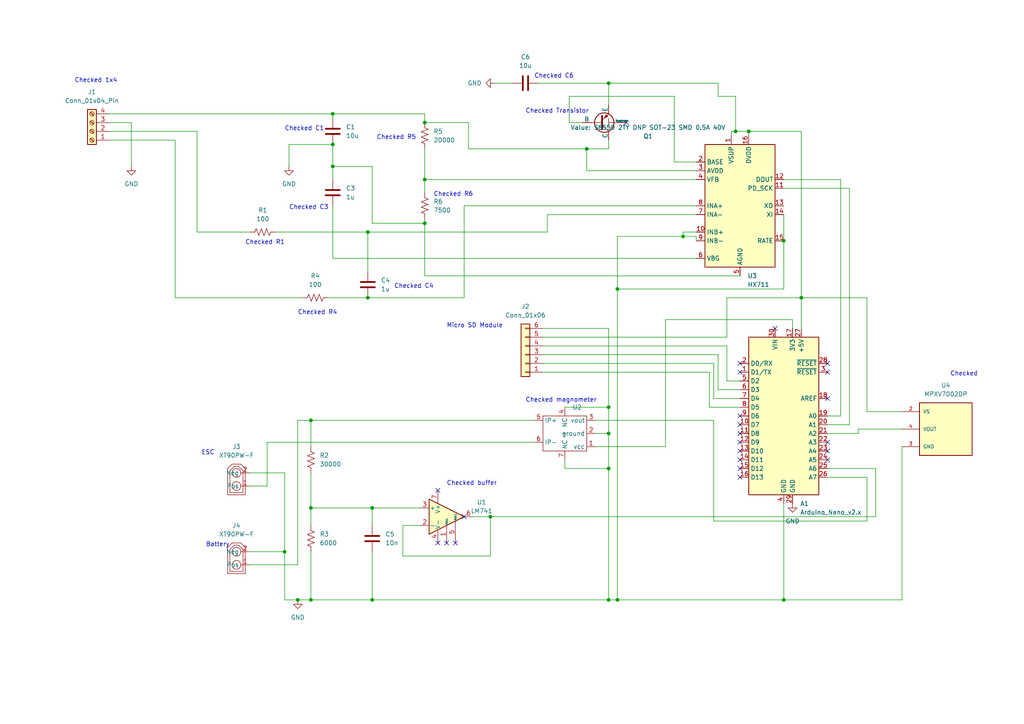
<source format=kicad_sch>
(kicad_sch (version 20230121) (generator eeschema)
  (paper "A4")
  (lib_symbols
    (symbol "Amplifier_Operational:LM741" (pin_names (offset 0.127))
      (property "Reference" "U" (at 0 6.35 0))
      (property "Value" "LM741" (at 0 3.81 0))
      (symbol "LM741_0_1"
        (polyline (pts (xy -5.08 5.08) (xy 5.08 0) (xy -5.08 -5.08) (xy -5.08 5.08)) (stroke (width 0.254)) (fill (type background)))
      )
      (symbol "LM741_1_1"
        (pin input line (at 0 -7.62 90) (length 5.08) (name "NULL") (number "1"))
        (pin input line (at -7.62 -2.54 0) (length 2.54) (name "-") (number "2"))
        (pin input line (at -7.62 2.54 0) (length 2.54) (name "+") (number "3"))
        (pin power_in line (at -2.54 -7.62 90) (length 3.81) (name "V-") (number "4"))
        (pin input line (at 2.54 -7.62 90) (length 6.35) (name "NULL") (number "5"))
        (pin output line (at 7.62 0 180) (length 2.54) (name "~") (number "6"))
        (pin power_in line (at -2.54 7.62 270) (length 3.81) (name "V+") (number "7"))
        (pin no_connect line (at 0 2.54 270) (length 2.54) hide (name "NC") (number "8"))
      )
    )
    (symbol "Analog_ADC:HX711"
      (property "Reference" "U" (at 5.08 21.59 0))
      (property "Value" "HX711" (at 7.62 19.05 0))
      (symbol "HX711_0_1"
        (rectangle (start -10.16 17.78) (end 10.16 -17.78) (stroke (width 0.254)) (fill (type background)))
      )
      (symbol "HX711_1_1"
        (pin power_in line (at -2.54 20.32 270) (length 2.54) (name "VSUP") (number "1"))
        (pin input line (at -12.7 -7.62 0) (length 2.54) (name "INB+") (number "10"))
        (pin input line (at 12.7 5.08 180) (length 2.54) (name "PD_SCK") (number "11"))
        (pin output line (at 12.7 7.62 180) (length 2.54) (name "DOUT") (number "12"))
        (pin passive line (at 12.7 0 180) (length 2.54) (name "XO") (number "13"))
        (pin passive line (at 12.7 -2.54 180) (length 2.54) (name "XI") (number "14"))
        (pin input line (at 12.7 -10.16 180) (length 2.54) (name "RATE") (number "15"))
        (pin power_in line (at 2.54 20.32 270) (length 2.54) (name "DVDD") (number "16"))
        (pin passive line (at -12.7 12.7 0) (length 2.54) (name "BASE") (number "2"))
        (pin power_in line (at -12.7 10.16 0) (length 2.54) (name "AVDD") (number "3"))
        (pin input line (at -12.7 7.62 0) (length 2.54) (name "VFB") (number "4"))
        (pin power_in line (at 0 -20.32 90) (length 2.54) (name "AGND") (number "5"))
        (pin passive line (at -12.7 -15.24 0) (length 2.54) (name "VBG") (number "6"))
        (pin input line (at -12.7 -2.54 0) (length 2.54) (name "INA-") (number "7"))
        (pin input line (at -12.7 0 0) (length 2.54) (name "INA+") (number "8"))
        (pin input line (at -12.7 -10.16 0) (length 2.54) (name "INB-") (number "9"))
      )
    )
    (symbol "Connector:Screw_Terminal_01x04" (pin_names (offset 1.016) hide)
      (property "Reference" "J" (at 0 5.08 0))
      (property "Value" "Screw_Terminal_01x04" (at 0 -7.62 0))
      (symbol "Screw_Terminal_01x04_1_1"
        (rectangle (start -1.27 3.81) (end 1.27 -6.35) (stroke (width 0.254)) (fill (type background)))
        (circle (center 0 -5.08) (radius 0.635) (stroke (width 0.1524)))
        (circle (center 0 -2.54) (radius 0.635) (stroke (width 0.1524)))
        (polyline (pts (xy -0.5334 -4.7498) (xy 0.3302 -5.588)) (stroke (width 0.1524)))
        (polyline (pts (xy -0.5334 -2.2098) (xy 0.3302 -3.048)) (stroke (width 0.1524)))
        (polyline (pts (xy -0.5334 0.3302) (xy 0.3302 -0.508)) (stroke (width 0.1524)))
        (polyline (pts (xy -0.5334 2.8702) (xy 0.3302 2.032)) (stroke (width 0.1524)))
        (polyline (pts (xy -0.3556 -4.572) (xy 0.508 -5.4102)) (stroke (width 0.1524)))
        (polyline (pts (xy -0.3556 -2.032) (xy 0.508 -2.8702)) (stroke (width 0.1524)))
        (polyline (pts (xy -0.3556 0.508) (xy 0.508 -0.3302)) (stroke (width 0.1524)))
        (polyline (pts (xy -0.3556 3.048) (xy 0.508 2.2098)) (stroke (width 0.1524)))
        (circle (center 0 0) (radius 0.635) (stroke (width 0.1524)))
        (circle (center 0 2.54) (radius 0.635) (stroke (width 0.1524)))
        (pin passive line (at -5.08 2.54 0) (length 3.81) (name "Pin_1") (number "1"))
        (pin passive line (at -5.08 0 0) (length 3.81) (name "Pin_2") (number "2"))
        (pin passive line (at -5.08 -2.54 0) (length 3.81) (name "Pin_3") (number "3"))
        (pin passive line (at -5.08 -5.08 0) (length 3.81) (name "Pin_4") (number "4"))
      )
    )
    (symbol "Connector_Generic:Conn_01x06" (pin_names (offset 1.016) hide)
      (property "Reference" "J" (at 0 7.62 0))
      (property "Value" "Conn_01x06" (at 0 -10.16 0))
      (symbol "Conn_01x06_1_1"
        (rectangle (start -1.27 -7.493) (end 0 -7.747) (stroke (width 0.1524)))
        (rectangle (start -1.27 -4.953) (end 0 -5.207) (stroke (width 0.1524)))
        (rectangle (start -1.27 -2.413) (end 0 -2.667) (stroke (width 0.1524)))
        (rectangle (start -1.27 0.127) (end 0 -0.127) (stroke (width 0.1524)))
        (rectangle (start -1.27 2.667) (end 0 2.413) (stroke (width 0.1524)))
        (rectangle (start -1.27 5.207) (end 0 4.953) (stroke (width 0.1524)))
        (rectangle (start -1.27 6.35) (end 1.27 -8.89) (stroke (width 0.254)) (fill (type background)))
        (pin passive line (at -5.08 5.08 0) (length 3.81) (name "Pin_1") (number "1"))
        (pin passive line (at -5.08 2.54 0) (length 3.81) (name "Pin_2") (number "2"))
        (pin passive line (at -5.08 0 0) (length 3.81) (name "Pin_3") (number "3"))
        (pin passive line (at -5.08 -2.54 0) (length 3.81) (name "Pin_4") (number "4"))
        (pin passive line (at -5.08 -5.08 0) (length 3.81) (name "Pin_5") (number "5"))
        (pin passive line (at -5.08 -7.62 0) (length 3.81) (name "Pin_6") (number "6"))
      )
    )
    (symbol "Device:C" (pin_numbers hide) (pin_names (offset 0.254))
      (property "Reference" "C" (at 0.635 2.54 0))
      (property "Value" "C" (at 0.635 -2.54 0))
      (symbol "C_0_1"
        (polyline (pts (xy -2.032 -0.762) (xy 2.032 -0.762)) (stroke (width 0.508)))
        (polyline (pts (xy -2.032 0.762) (xy 2.032 0.762)) (stroke (width 0.508)))
      )
      (symbol "C_1_1"
        (pin passive line (at 0 3.81 270) (length 2.794) (name "~") (number "1"))
        (pin passive line (at 0 -3.81 90) (length 2.794) (name "~") (number "2"))
      )
    )
    (symbol "Device:R_US" (pin_numbers hide) (pin_names (offset 0))
      (property "Reference" "R" (at 2.54 0 90))
      (property "Value" "R_US" (at -2.54 0 90))
      (symbol "R_US_0_1"
        (polyline (pts (xy 0 -2.286) (xy 0 -2.54)))
        (polyline (pts (xy 0 2.286) (xy 0 2.54)))
        (polyline (pts (xy 0 -0.762) (xy 1.016 -1.143) (xy 0 -1.524) (xy -1.016 -1.905) (xy 0 -2.286)))
        (polyline (pts (xy 0 0.762) (xy 1.016 0.381) (xy 0 0) (xy -1.016 -0.381) (xy 0 -0.762)))
        (polyline (pts (xy 0 2.286) (xy 1.016 1.905) (xy 0 1.524) (xy -1.016 1.143) (xy 0 0.762)))
      )
      (symbol "R_US_1_1"
        (pin passive line (at 0 3.81 270) (length 1.27) (name "~") (number "1"))
        (pin passive line (at 0 -3.81 90) (length 1.27) (name "~") (number "2"))
      )
    )
    (symbol "MCU_Module:Arduino_Nano_v2.x"
      (property "Reference" "A" (at -10.16 23.495 0))
      (property "Value" "Arduino_Nano_v2.x" (at 5.08 -24.13 0))
      (symbol "Arduino_Nano_v2.x_0_1"
        (rectangle (start -10.16 22.86) (end 10.16 -22.86) (stroke (width 0.254)) (fill (type background)))
      )
      (symbol "Arduino_Nano_v2.x_1_1"
        (pin bidirectional line (at -12.7 12.7 0) (length 2.54) (name "D1/TX") (number "1"))
        (pin bidirectional line (at -12.7 -2.54 0) (length 2.54) (name "D7") (number "10"))
        (pin bidirectional line (at -12.7 -5.08 0) (length 2.54) (name "D8") (number "11"))
        (pin bidirectional line (at -12.7 -7.62 0) (length 2.54) (name "D9") (number "12"))
        (pin bidirectional line (at -12.7 -10.16 0) (length 2.54) (name "D10") (number "13"))
        (pin bidirectional line (at -12.7 -12.7 0) (length 2.54) (name "D11") (number "14"))
        (pin bidirectional line (at -12.7 -15.24 0) (length 2.54) (name "D12") (number "15"))
        (pin bidirectional line (at -12.7 -17.78 0) (length 2.54) (name "D13") (number "16"))
        (pin power_out line (at 2.54 25.4 270) (length 2.54) (name "3V3") (number "17"))
        (pin input line (at 12.7 5.08 180) (length 2.54) (name "AREF") (number "18"))
        (pin bidirectional line (at 12.7 0 180) (length 2.54) (name "A0") (number "19"))
        (pin bidirectional line (at -12.7 15.24 0) (length 2.54) (name "D0/RX") (number "2"))
        (pin bidirectional line (at 12.7 -2.54 180) (length 2.54) (name "A1") (number "20"))
        (pin bidirectional line (at 12.7 -5.08 180) (length 2.54) (name "A2") (number "21"))
        (pin bidirectional line (at 12.7 -7.62 180) (length 2.54) (name "A3") (number "22"))
        (pin bidirectional line (at 12.7 -10.16 180) (length 2.54) (name "A4") (number "23"))
        (pin bidirectional line (at 12.7 -12.7 180) (length 2.54) (name "A5") (number "24"))
        (pin bidirectional line (at 12.7 -15.24 180) (length 2.54) (name "A6") (number "25"))
        (pin bidirectional line (at 12.7 -17.78 180) (length 2.54) (name "A7") (number "26"))
        (pin power_out line (at 5.08 25.4 270) (length 2.54) (name "+5V") (number "27"))
        (pin input line (at 12.7 15.24 180) (length 2.54) (name "~{RESET}") (number "28"))
        (pin power_in line (at 2.54 -25.4 90) (length 2.54) (name "GND") (number "29"))
        (pin input line (at 12.7 12.7 180) (length 2.54) (name "~{RESET}") (number "3"))
        (pin power_in line (at -2.54 25.4 270) (length 2.54) (name "VIN") (number "30"))
        (pin power_in line (at 0 -25.4 90) (length 2.54) (name "GND") (number "4"))
        (pin bidirectional line (at -12.7 10.16 0) (length 2.54) (name "D2") (number "5"))
        (pin bidirectional line (at -12.7 7.62 0) (length 2.54) (name "D3") (number "6"))
        (pin bidirectional line (at -12.7 5.08 0) (length 2.54) (name "D4") (number "7"))
        (pin bidirectional line (at -12.7 2.54 0) (length 2.54) (name "D5") (number "8"))
        (pin bidirectional line (at -12.7 0 0) (length 2.54) (name "D6") (number "9"))
      )
    )
    (symbol "Simulation_SPICE:PNP_Substrate" (pin_numbers hide) (pin_names (offset 0))
      (property "Reference" "Q" (at 4.445 4.445 0))
      (property "Value" "PNP_Substrate" (at 4.445 2.54 0))
      (symbol "PNP_Substrate_0_1"
        (polyline (pts (xy -2.54 0) (xy 0.635 0)) (stroke (width 0.1524)))
        (polyline (pts (xy 0.635 0.635) (xy 2.54 2.54)))
        (polyline (pts (xy 2.54 0) (xy 5.08 0)) (stroke (width 0.1524)))
        (polyline (pts (xy 0.635 -0.635) (xy 2.54 -2.54) (xy 2.54 -2.54)))
        (polyline (pts (xy 0.635 1.905) (xy 0.635 -1.905) (xy 0.635 -1.905)) (stroke (width 0.508)))
        (polyline (pts (xy 2.54 0) (xy 2.54 1.27) (xy 2.54 0) (xy 2.54 -1.27)) (stroke (width 0.1524)))
        (polyline (pts (xy 2.286 -1.778) (xy 1.778 -2.286) (xy 1.27 -1.27) (xy 2.286 -1.778) (xy 2.286 -1.778)) (fill (type outline)))
        (circle (center 1.27 0) (radius 2.8194) (stroke (width 0.254)))
      )
      (symbol "PNP_Substrate_1_1"
        (pin open_collector line (at 2.54 5.08 270) (length 2.54) (name "C") (number "1"))
        (pin input line (at -5.08 0 0) (length 2.54) (name "B") (number "2"))
        (pin open_emitter line (at 2.54 -5.08 90) (length 2.54) (name "E") (number "3"))
        (pin passive line (at 7.62 0 180) (length 2.54) (name "Substrate") (number "4"))
      )
    )
    (symbol "Userlib:MPXV7002DP" (pin_names (offset 1.016))
      (property "Reference" "U" (at -7.62 8.89 0))
      (property "Value" "MPXV7002DP" (at -7.62 -8.89 0))
      (symbol "MPXV7002DP_0_0"
        (rectangle (start -7.62 7.62) (end 7.62 -7.62) (stroke (width 0.254)) (fill (type background)))
        (pin power_in line (at 12.7 5.08 180) (length 5.08) (name "VS") (number "2"))
        (pin power_in line (at 12.7 -5.08 180) (length 5.08) (name "GND") (number "3"))
        (pin output line (at 12.7 0 180) (length 5.08) (name "VOUT") (number "4"))
      )
    )
    (symbol "Userlib:XT90F"
      (property "Reference" "J4" (at 0 8.89 0))
      (property "Value" "XT90PW-F" (at 0 6.35 0))
      (symbol "XT90F_0_1"
        (circle (center 0 -2.54) (radius 1.27))
        (polyline (pts (xy -1.905 -4.445) (xy -1.905 1.905) (xy -0.635 3.175) (xy 0.635 3.175) (xy 1.905 1.905) (xy 1.905 -4.445) (xy -1.905 -4.445)))
        (polyline (pts (xy -2.54 0) (xy -2.54 2.54) (xy -1.27 3.81) (xy 1.27 3.81) (xy 2.54 2.54) (xy 2.54 0) (xy 2.54 -5.08) (xy -2.54 -5.08) (xy -2.54 0) (xy -2.54 -1.27)))
        (circle (center 0 1.27) (radius 1.27))
      )
      (symbol "XT90F_1_1"
        (pin power_in line (at 3.81 -2.54 180) (length 2.54) (name "Pos") (number "1"))
        (pin power_in line (at 3.81 1.27 180) (length 2.54) (name "Neg") (number "2"))
      )
    )
    (symbol "XT90F_1"
      (property "Reference" "J3" (at 0 8.89 0))
      (property "Value" "XT90PW-F" (at 0 6.35 0))
      (symbol "XT90F_1_0_1"
        (circle (center 0 -2.54) (radius 1.27))
        (polyline (pts (xy -1.905 -4.445) (xy -1.905 1.905) (xy -0.635 3.175) (xy 0.635 3.175) (xy 1.905 1.905) (xy 1.905 -4.445) (xy -1.905 -4.445)))
        (polyline (pts (xy -2.54 0) (xy -2.54 2.54) (xy -1.27 3.81) (xy 1.27 3.81) (xy 2.54 2.54) (xy 2.54 0) (xy 2.54 -5.08) (xy -2.54 -5.08) (xy -2.54 0) (xy -2.54 -1.27)))
        (circle (center 0 1.27) (radius 1.27))
      )
      (symbol "XT90F_1_1_1"
        (pin power_in line (at 3.81 -2.54 180) (length 2.54) (name "Pos") (number "1"))
        (pin power_in line (at 3.81 1.27 180) (length 2.54) (name "Neg") (number "2"))
      )
    )
    (symbol "acs781xlr:ACS781xLR"
      (property "Reference" "U2" (at 2.1941 7.62 0))
      (property "Value" "~" (at 0 0 0))
      (symbol "ACS781xLR_0_1"
        (rectangle (start -6.35 5.08) (end 6.35 -5.08))
      )
      (symbol "ACS781xLR_1_1"
        (pin power_in line (at 8.89 -3.81 180) (length 2.54) (name "vcc") (number "1"))
        (pin passive line (at 8.89 0 180) (length 2.54) (name "ground") (number "2"))
        (pin power_out line (at 8.89 3.81 180) (length 2.54) (name "vout") (number "3"))
        (pin passive line (at 0 7.62 270) (length 2.54) (name "NC") (number "4"))
        (pin input line (at -8.89 3.81 0) (length 2.54) (name "IP+") (number "5"))
        (pin input line (at -8.89 -2.54 0) (length 2.54) (name "IP-") (number "6"))
        (pin passive line (at 0 -7.62 90) (length 2.54) (name "NC") (number "7"))
      )
    )
    (symbol "power:GND" (power) (pin_names (offset 0))
      (property "Value" "GND" (at 0 -3.81 0))
      (symbol "GND_0_1"
        (polyline (pts (xy 0 0) (xy 0 -1.27) (xy 1.27 -1.27) (xy 0 -2.54) (xy -1.27 -1.27) (xy 0 -1.27)))
      )
      (symbol "GND_1_1"
        (pin power_in line (at 0 0 270) (length 0) hide (name "GND") (number "1"))
      )
    )
  )
  (junction (at 176.53 24.13))
  (junction (at 96.52 33.02))
  (junction (at 123.19 35.56))
  (junction (at 142.24 149.86))
  (junction (at 90.17 121.92))
  (junction (at 213.36 38.1))
  (junction (at 82.55 160.02))
  (junction (at 123.19 64.77))
  (junction (at 107.95 173.99))
  (junction (at 176.53 125.73))
  (junction (at 86.36 173.99))
  (junction (at 198.12 68.58))
  (junction (at 96.52 41.91))
  (junction (at 96.52 48.26))
  (junction (at 227.33 69.85))
  (junction (at 170.18 43.18))
  (junction (at 176.53 135.89))
  (junction (at 90.17 147.32))
  (junction (at 217.17 38.1))
  (junction (at 90.17 173.99))
  (junction (at 179.07 173.99))
  (junction (at 227.33 173.99))
  (junction (at 176.53 118.11))
  (junction (at 232.41 86.36))
  (junction (at 179.07 83.82))
  (junction (at 123.19 52.07))
  (junction (at 176.53 173.99))
  (junction (at 106.68 86.36))
  (junction (at 106.68 67.31))
  (junction (at 107.95 147.32))
  (no_connect (at 240.03 130.81))
  (no_connect (at 214.63 105.41))
  (no_connect (at 214.63 128.27))
  (no_connect (at 240.03 128.27))
  (no_connect (at 214.63 138.43))
  (no_connect (at 214.63 107.95))
  (no_connect (at 240.03 107.95))
  (no_connect (at 214.63 130.81))
  (no_connect (at 134.62 149.86))
  (no_connect (at 214.63 123.19))
  (no_connect (at 224.79 95.25))
  (no_connect (at 214.63 133.35))
  (no_connect (at 214.63 120.65))
  (no_connect (at 127 142.24))
  (no_connect (at 214.63 135.89))
  (no_connect (at 240.03 115.57))
  (no_connect (at 132.08 157.48))
  (no_connect (at 181.61 35.56))
  (no_connect (at 129.54 157.48))
  (no_connect (at 240.03 105.41))
  (no_connect (at 127 157.48))
  (no_connect (at 214.63 125.73))
  (no_connect (at 240.03 133.35))
  (wire (pts (xy 205.74 118.11) (xy 214.63 118.11)))
  (wire (pts (xy 210.82 100.33) (xy 210.82 110.49)))
  (wire (pts (xy 212.09 38.1) (xy 213.36 38.1)))
  (wire (pts (xy 170.18 43.18) (xy 170.18 49.53)))
  (wire (pts (xy 165.1 27.94) (xy 165.1 35.56)))
  (wire (pts (xy 229.87 92.71) (xy 193.04 92.71)))
  (wire (pts (xy 106.68 67.31) (xy 80.01 67.31)))
  (wire (pts (xy 201.93 68.58) (xy 198.12 68.58)))
  (wire (pts (xy 214.63 80.01) (xy 123.19 80.01)))
  (wire (pts (xy 107.95 160.02) (xy 107.95 173.99)))
  (wire (pts (xy 107.95 147.32) (xy 90.17 147.32)))
  (wire (pts (xy 170.18 49.53) (xy 201.93 49.53)))
  (wire (pts (xy 210.82 110.49) (xy 214.63 110.49)))
  (wire (pts (xy 254 135.89) (xy 240.03 135.89)))
  (wire (pts (xy 72.39 160.02) (xy 82.55 160.02)))
  (wire (pts (xy 170.18 43.18) (xy 135.89 43.18)))
  (wire (pts (xy 121.92 152.4) (xy 116.84 152.4)))
  (wire (pts (xy 246.38 54.61) (xy 227.33 54.61)))
  (wire (pts (xy 208.28 113.03) (xy 214.63 113.03)))
  (wire (pts (xy 107.95 173.99) (xy 90.17 173.99)))
  (wire (pts (xy 227.33 69.85) (xy 227.33 83.82)))
  (wire (pts (xy 227.33 146.05) (xy 227.33 173.99)))
  (wire (pts (xy 134.62 59.69) (xy 134.62 86.36)))
  (wire (pts (xy 176.53 118.11) (xy 176.53 125.73)))
  (wire (pts (xy 72.39 137.16) (xy 82.55 137.16)))
  (wire (pts (xy 205.74 107.95) (xy 205.74 118.11)))
  (wire (pts (xy 207.01 105.41) (xy 207.01 115.57)))
  (wire (pts (xy 72.39 67.31) (xy 57.15 67.31)))
  (wire (pts (xy 179.07 83.82) (xy 179.07 173.99)))
  (wire (pts (xy 201.93 62.23) (xy 158.75 62.23)))
  (wire (pts (xy 232.41 95.25) (xy 232.41 86.36)))
  (wire (pts (xy 213.36 27.94) (xy 208.28 27.94)))
  (wire (pts (xy 38.1 35.56) (xy 38.1 48.26)))
  (wire (pts (xy 261.62 173.99) (xy 227.33 173.99)))
  (wire (pts (xy 195.58 46.99) (xy 195.58 27.94)))
  (wire (pts (xy 123.19 64.77) (xy 123.19 63.5)))
  (wire (pts (xy 96.52 33.02) (xy 123.19 33.02)))
  (wire (pts (xy 163.83 118.11) (xy 176.53 118.11)))
  (wire (pts (xy 251.46 86.36) (xy 251.46 119.38)))
  (wire (pts (xy 176.53 125.73) (xy 176.53 135.89)))
  (wire (pts (xy 72.39 163.83) (xy 86.36 163.83)))
  (wire (pts (xy 96.52 74.93) (xy 96.52 59.69)))
  (wire (pts (xy 193.04 92.71) (xy 193.04 129.54)))
  (wire (pts (xy 227.33 52.07) (xy 243.84 52.07)))
  (wire (pts (xy 208.28 24.13) (xy 176.53 24.13)))
  (wire (pts (xy 143.51 24.13) (xy 148.59 24.13)))
  (wire (pts (xy 251.46 86.36) (xy 232.41 86.36)))
  (wire (pts (xy 207.01 151.13) (xy 251.46 151.13)))
  (wire (pts (xy 179.07 68.58) (xy 179.07 83.82)))
  (wire (pts (xy 77.47 128.27) (xy 154.94 128.27)))
  (wire (pts (xy 227.33 62.23) (xy 227.33 69.85)))
  (wire (pts (xy 201.93 74.93) (xy 96.52 74.93)))
  (wire (pts (xy 157.48 100.33) (xy 210.82 100.33)))
  (wire (pts (xy 163.83 135.89) (xy 176.53 135.89)))
  (wire (pts (xy 179.07 173.99) (xy 227.33 173.99)))
  (wire (pts (xy 165.1 27.94) (xy 195.58 27.94)))
  (wire (pts (xy 90.17 147.32) (xy 90.17 152.4)))
  (wire (pts (xy 86.36 121.92) (xy 86.36 163.83)))
  (wire (pts (xy 176.53 24.13) (xy 176.53 30.48)))
  (wire (pts (xy 157.48 95.25) (xy 176.53 95.25)))
  (wire (pts (xy 261.62 124.46) (xy 248.92 124.46)))
  (wire (pts (xy 96.52 41.91) (xy 96.52 48.26)))
  (wire (pts (xy 261.62 119.38) (xy 251.46 119.38)))
  (wire (pts (xy 123.19 43.18) (xy 123.19 52.07)))
  (wire (pts (xy 243.84 120.65) (xy 240.03 120.65)))
  (wire (pts (xy 157.48 107.95) (xy 205.74 107.95)))
  (wire (pts (xy 142.24 149.86) (xy 137.16 149.86)))
  (wire (pts (xy 31.75 33.02) (xy 96.52 33.02)))
  (wire (pts (xy 243.84 52.07) (xy 243.84 120.65)))
  (wire (pts (xy 157.48 102.87) (xy 208.28 102.87)))
  (wire (pts (xy 123.19 64.77) (xy 107.95 64.77)))
  (wire (pts (xy 77.47 140.97) (xy 77.47 128.27)))
  (wire (pts (xy 90.17 121.92) (xy 154.94 121.92)))
  (wire (pts (xy 172.72 121.92) (xy 207.01 121.92)))
  (wire (pts (xy 106.68 86.36) (xy 134.62 86.36)))
  (wire (pts (xy 212.09 39.37) (xy 212.09 38.1)))
  (wire (pts (xy 87.63 86.36) (xy 50.8 86.36)))
  (wire (pts (xy 213.36 38.1) (xy 217.17 38.1)))
  (wire (pts (xy 165.1 35.56) (xy 168.91 35.56)))
  (wire (pts (xy 201.93 46.99) (xy 195.58 46.99)))
  (wire (pts (xy 176.53 95.25) (xy 176.53 118.11)))
  (wire (pts (xy 135.89 43.18) (xy 135.89 35.56)))
  (wire (pts (xy 90.17 137.16) (xy 90.17 147.32)))
  (wire (pts (xy 72.39 140.97) (xy 77.47 140.97)))
  (wire (pts (xy 227.33 83.82) (xy 179.07 83.82)))
  (wire (pts (xy 107.95 173.99) (xy 176.53 173.99)))
  (wire (pts (xy 86.36 173.99) (xy 82.55 173.99)))
  (wire (pts (xy 106.68 67.31) (xy 106.68 78.74)))
  (wire (pts (xy 86.36 121.92) (xy 90.17 121.92)))
  (wire (pts (xy 96.52 48.26) (xy 96.52 52.07)))
  (wire (pts (xy 251.46 138.43) (xy 240.03 138.43)))
  (wire (pts (xy 176.53 173.99) (xy 179.07 173.99)))
  (wire (pts (xy 157.48 97.79) (xy 210.82 97.79)))
  (wire (pts (xy 229.87 95.25) (xy 229.87 92.71)))
  (wire (pts (xy 172.72 125.73) (xy 176.53 125.73)))
  (wire (pts (xy 208.28 27.94) (xy 208.28 24.13)))
  (wire (pts (xy 90.17 173.99) (xy 86.36 173.99)))
  (wire (pts (xy 176.53 135.89) (xy 176.53 173.99)))
  (wire (pts (xy 201.93 69.85) (xy 201.93 68.58)))
  (wire (pts (xy 261.62 129.54) (xy 261.62 173.99)))
  (wire (pts (xy 142.24 149.86) (xy 254 149.86)))
  (wire (pts (xy 82.55 137.16) (xy 82.55 160.02)))
  (wire (pts (xy 193.04 129.54) (xy 172.72 129.54)))
  (wire (pts (xy 121.92 147.32) (xy 107.95 147.32)))
  (wire (pts (xy 123.19 52.07) (xy 123.19 55.88)))
  (wire (pts (xy 210.82 97.79) (xy 210.82 86.36)))
  (wire (pts (xy 248.92 125.73) (xy 240.03 125.73)))
  (wire (pts (xy 57.15 67.31) (xy 57.15 38.1)))
  (wire (pts (xy 123.19 35.56) (xy 135.89 35.56)))
  (wire (pts (xy 123.19 80.01) (xy 123.19 64.77)))
  (wire (pts (xy 90.17 121.92) (xy 90.17 129.54)))
  (wire (pts (xy 207.01 121.92) (xy 207.01 151.13)))
  (wire (pts (xy 232.41 38.1) (xy 217.17 38.1)))
  (wire (pts (xy 95.25 86.36) (xy 106.68 86.36)))
  (wire (pts (xy 254 149.86) (xy 254 135.89)))
  (wire (pts (xy 251.46 151.13) (xy 251.46 138.43)))
  (wire (pts (xy 123.19 33.02) (xy 123.19 35.56)))
  (wire (pts (xy 207.01 115.57) (xy 214.63 115.57)))
  (wire (pts (xy 198.12 68.58) (xy 179.07 68.58)))
  (wire (pts (xy 31.75 35.56) (xy 38.1 35.56)))
  (wire (pts (xy 170.18 43.18) (xy 176.53 43.18)))
  (wire (pts (xy 31.75 38.1) (xy 57.15 38.1)))
  (wire (pts (xy 217.17 39.37) (xy 217.17 38.1)))
  (wire (pts (xy 82.55 160.02) (xy 82.55 173.99)))
  (wire (pts (xy 232.41 86.36) (xy 232.41 38.1)))
  (wire (pts (xy 201.93 67.31) (xy 198.12 67.31)))
  (wire (pts (xy 107.95 147.32) (xy 107.95 152.4)))
  (wire (pts (xy 201.93 59.69) (xy 134.62 59.69)))
  (wire (pts (xy 107.95 48.26) (xy 96.52 48.26)))
  (wire (pts (xy 240.03 123.19) (xy 246.38 123.19)))
  (wire (pts (xy 210.82 86.36) (xy 232.41 86.36)))
  (wire (pts (xy 83.82 41.91) (xy 96.52 41.91)))
  (wire (pts (xy 116.84 161.29) (xy 142.24 161.29)))
  (wire (pts (xy 142.24 161.29) (xy 142.24 149.86)))
  (wire (pts (xy 107.95 64.77) (xy 107.95 48.26)))
  (wire (pts (xy 163.83 133.35) (xy 163.83 135.89)))
  (wire (pts (xy 246.38 123.19) (xy 246.38 54.61)))
  (wire (pts (xy 83.82 41.91) (xy 83.82 48.26)))
  (wire (pts (xy 176.53 24.13) (xy 156.21 24.13)))
  (wire (pts (xy 198.12 67.31) (xy 198.12 68.58)))
  (wire (pts (xy 157.48 105.41) (xy 207.01 105.41)))
  (wire (pts (xy 31.75 40.64) (xy 50.8 40.64)))
  (wire (pts (xy 50.8 40.64) (xy 50.8 86.36)))
  (wire (pts (xy 158.75 67.31) (xy 106.68 67.31)))
  (wire (pts (xy 116.84 152.4) (xy 116.84 161.29)))
  (wire (pts (xy 213.36 38.1) (xy 213.36 27.94)))
  (wire (pts (xy 90.17 160.02) (xy 90.17 173.99)))
  (wire (pts (xy 123.19 52.07) (xy 201.93 52.07)))
  (wire (pts (xy 248.92 124.46) (xy 248.92 125.73)))
  (wire (pts (xy 158.75 62.23) (xy 158.75 67.31)))
  (wire (pts (xy 96.52 34.29) (xy 96.52 33.02)))
  (wire (pts (xy 176.53 40.64) (xy 176.53 43.18)))
  (wire (pts (xy 208.28 102.87) (xy 208.28 113.03)))
  (text "Checked R4" (at 86.36 91.44 0) (effects (font (size 1.27 1.27)) (justify left bottom)))
  (text "Checked R6" (at 125.73 57.15 0) (effects (font (size 1.27 1.27)) (justify left bottom)))
  (text "Checked Transistor" (at 152.4 33.02 0) (effects (font (size 1.27 1.27)) (justify left bottom)))
  (text "Checked R1" (at 71.12 71.12 0) (effects (font (size 1.27 1.27)) (justify left bottom)))
  (text "Checked C3" (at 83.82 60.96 0) (effects (font (size 1.27 1.27)) (justify left bottom)))
  (text "Checked C1" (at 82.55 38.1 0) (effects (font (size 1.27 1.27)) (justify left bottom)))
  (text "Battery" (at 59.69 158.75 0) (effects (font (size 1.27 1.27)) (justify left bottom)))
  (text "ESC" (at 58.42 132.08 0) (effects (font (size 1.27 1.27)) (justify left bottom)))
  (text "Checked R5" (at 109.22 40.64 0) (effects (font (size 1.27 1.27)) (justify left bottom)))
  (text "Micro SD Module" (at 129.54 95.25 0) (effects (font (size 1.27 1.27)) (justify left bottom)))
  (text "Checked\n" (at 275.59 109.22 0) (effects (font (size 1.27 1.27)) (justify left bottom)))
  (text "Checked 1x4\n" (at 21.59 24.13 0) (effects (font (size 1.27 1.27)) (justify left bottom)))
  (text "Checked magnometer" (at 152.4 116.84 0) (effects (font (size 1.27 1.27)) (justify left bottom)))
  (text "Checked C4" (at 114.3 83.82 0) (effects (font (size 1.27 1.27)) (justify left bottom)))
  (text "Checked buffer" (at 129.54 140.97 0) (effects (font (size 1.27 1.27)) (justify left bottom)))
  (text "Checked C6" (at 154.94 22.86 0) (effects (font (size 1.27 1.27)) (justify left bottom)))
  (symbol (lib_id "Device:R_US") (at 91.44 86.36 90) (unit 1)
    (property "Reference" "R4" (at 91.44 80.01 90))
    (property "Value" "100" (at 91.44 82.55 90))
    (property "Footprint" "Userlib:R_1watt" (effects hide))
  )
  (symbol (lib_id "power:GND") (at 38.1 48.26 0) (unit 1)
    (property "Reference" "#PWR05" (effects hide))
    (property "Value" "GND" (at 38.1 53.34 0))
  )
  (symbol (lib_name "XT90F_1") (lib_id "Userlib:XT90F") (at 68.58 138.43 0) (unit 1)
    (property "Reference" "J3" (at 68.58 129.54 0))
    (property "Value" "XT90PW-F" (at 68.58 132.08 0))
    (property "Footprint" "Userlib:XT90_-F" (effects hide))
    (property "MF" "AMASS" (effects hide))
    (property "MAXIMUM_PACKAGE_HEIGHT" "10.3 mm" (effects hide))
    (property "Package" "Package" (effects hide))
    (property "Price" "None" (effects hide))
    (property "Check_prices" "https://www.snapeda.com/parts/XT90PW-F/AMASS/view-part/?ref=eda" (effects hide))
    (property "STANDARD" "Manufacturer Recommendations" (effects hide))
    (property "PARTREV" "V00" (effects hide))
    (property "SnapEDA_Link" "https://www.snapeda.com/parts/XT90PW-F/AMASS/view-part/?ref=snap" (effects hide))
    (property "MP" "XT90PW-F" (effects hide))
    (property "Description" "\nSocket, DC supply, XT90, female, PIN:2, on PCBs, THT\n" (effects hide))
    (property "Availability" "Not in stock" (effects hide))
    (property "MANUFACTURER" "AMASS" (effects hide))
  )
  (symbol (lib_id "Userlib:MPXV7002DP") (at 274.32 124.46 0) (mirror y) (unit 1)
    (property "Reference" "U4" (at 274.32 111.76 0))
    (property "Value" "MPXV7002DP" (at 274.32 114.3 0))
    (property "Footprint" "Userlib:XDCR_MPXV7002DP" (effects hide))
    (property "PARTREV" "4" (effects hide))
    (property "Description" "\nPressure Sensor ±0.29PSI (±2kPa) Differential Male - 0.13 (3.3mm) Tube, Dual 0.5 V ~ 4.5 V 8-BSOP (0.475, 12.06mm Width) Dual Ports, Same Side\n" (effects hide))
  )
  (symbol (lib_id "Device:C") (at 106.68 82.55 0) (unit 1)
    (property "Reference" "C4" (at 110.49 81.28 0) (effects (justify left)))
    (property "Value" "1u" (at 110.49 83.82 0) (effects (justify left)))
    (property "Footprint" "Userlib:Capacitor_4mm_diam_.6mm_pin" (effects hide))
  )
  (symbol (lib_id "MCU_Module:Arduino_Nano_v2.x") (at 227.33 120.65 0) (unit 1)
    (property "Reference" "A1" (at 232.0641 146.05 0) (effects (justify left)))
    (property "Value" "Arduino_Nano_v2.x" (at 232.0641 148.59 0) (effects (justify left)))
    (property "Footprint" "Module:Arduino_Nano" (effects hide))
    (property "Datasheet" "https://www.arduino.cc/en/uploads/Main/ArduinoNanoManual23.pdf" (effects hide))
  )
  (symbol (lib_id "Device:C") (at 107.95 156.21 0) (unit 1)
    (property "Reference" "C5" (at 111.76 154.94 0) (effects (justify left)))
    (property "Value" "10n" (at 111.76 157.48 0) (effects (justify left)))
    (property "Footprint" "Userlib:Capacitor_4mm_diam_.6mm_pin" (effects hide))
  )
  (symbol (lib_id "Userlib:XT90F") (at 68.58 161.29 0) (unit 1)
    (property "Reference" "J4" (at 68.58 152.4 0))
    (property "Value" "XT90PW-F" (at 68.58 154.94 0))
    (property "Footprint" "Userlib:XT90_-F" (effects hide))
    (property "MF" "AMASS" (effects hide))
    (property "MAXIMUM_PACKAGE_HEIGHT" "10.3 mm" (effects hide))
    (property "Package" "Package" (effects hide))
    (property "Price" "None" (effects hide))
    (property "Check_prices" "https://www.snapeda.com/parts/XT90PW-F/AMASS/view-part/?ref=eda" (effects hide))
    (property "STANDARD" "Manufacturer Recommendations" (effects hide))
    (property "PARTREV" "V00" (effects hide))
    (property "SnapEDA_Link" "https://www.snapeda.com/parts/XT90PW-F/AMASS/view-part/?ref=snap" (effects hide))
    (property "MP" "XT90PW-F" (effects hide))
    (property "Description" "\nSocket, DC supply, XT90, female, PIN:2, on PCBs, THT\n" (effects hide))
    (property "Availability" "Not in stock" (effects hide))
    (property "MANUFACTURER" "AMASS" (effects hide))
  )
  (symbol (lib_id "Device:R_US") (at 123.19 39.37 0) (unit 1)
    (property "Reference" "R5" (at 125.73 38.1 0) (effects (justify left)))
    (property "Value" "20000" (at 125.73 40.64 0) (effects (justify left)))
    (property "Footprint" "Userlib:R_1watt" (effects hide))
  )
  (symbol (lib_id "Connector:Screw_Terminal_01x04") (at 26.67 38.1 180) (unit 1)
    (property "Reference" "J1" (at 26.67 26.67 0))
    (property "Value" "Conn_01x04_Pin" (at 26.67 29.21 0))
    (property "Footprint" "Connector_JST:JST_EH_B4B-EH-A_1x04_P2.50mm_Vertical" (effects hide))
  )
  (symbol (lib_id "Device:C") (at 96.52 38.1 0) (unit 1)
    (property "Reference" "C1" (at 100.33 36.83 0) (effects (justify left)))
    (property "Value" "10u" (at 100.33 39.37 0) (effects (justify left)))
    (property "Footprint" "Userlib:Capacitor_4mm_diam_.6mm_pin" (effects hide))
  )
  (symbol (lib_id "acs781xlr:ACS781xLR") (at 163.83 125.73 0) (unit 1)
    (property "Reference" "U2" (at 166.0241 118.11 0) (effects (justify left)))
    (property "Value" "~" (at 163.83 125.73 0))
    (property "Footprint" "Userlib:ACS781LLRTR-100U-T" (effects hide))
  )
  (symbol (lib_id "power:GND") (at 143.51 24.13 270) (unit 1)
    (property "Reference" "#PWR03" (effects hide))
    (property "Value" "GND" (at 139.7 24.13 90) (effects (justify right)))
  )
  (symbol (lib_id "Device:C") (at 96.52 55.88 0) (unit 1)
    (property "Reference" "C3" (at 100.33 54.61 0) (effects (justify left)))
    (property "Value" "1u" (at 100.33 57.15 0) (effects (justify left)))
    (property "Footprint" "Userlib:Capacitor_4mm_diam_.6mm_pin" (effects hide))
  )
  (symbol (lib_id "Device:C") (at 152.4 24.13 270) (unit 1)
    (property "Reference" "C6" (at 152.4 16.51 90))
    (property "Value" "10u" (at 152.4 19.05 90))
    (property "Footprint" "Userlib:Capacitor_4mm_diam_.6mm_pin" (effects hide))
  )
  (symbol (lib_id "Simulation_SPICE:PNP_Substrate") (at 173.99 35.56 0) (mirror x) (unit 1)
    (property "Reference" "Q1" (at 187.96 39.5223 0))
    (property "Value" "S8550 2TY DNP SOT-23 SMD 0.5A 40V" (at 187.96 36.9823 0) (show_name))
    (property "Footprint" "Package_TO_SOT_SMD:SOT-23" (effects hide))
    (property "Sim.Device" "PNP" (effects hide))
    (property "Sim.Type" "GUMMELPOON" (effects hide))
    (property "Sim.Pins" "1=C 2=B 3=E" (effects hide))
  )
  (symbol (lib_id "Device:R_US") (at 90.17 133.35 0) (unit 1)
    (property "Reference" "R2" (at 92.71 132.08 0) (effects (justify left)))
    (property "Value" "30000" (at 92.71 134.62 0) (effects (justify left)))
    (property "Footprint" "Userlib:R_1watt" (effects hide))
  )
  (symbol (lib_id "Device:R_US") (at 123.19 59.69 0) (unit 1)
    (property "Reference" "R6" (at 125.73 58.42 0) (effects (justify left)))
    (property "Value" "7500" (at 125.73 60.96 0) (effects (justify left)))
    (property "Footprint" "Userlib:R_1watt" (effects hide))
  )
  (symbol (lib_id "Analog_ADC:HX711") (at 214.63 59.69 0) (unit 1)
    (property "Reference" "U3" (at 216.8241 80.01 0) (effects (justify left)))
    (property "Value" "HX711" (at 216.8241 82.55 0) (effects (justify left)))
    (property "Footprint" "Package_SO:SOP-16_3.9x9.9mm_P1.27mm" (effects hide))
    (property "Datasheet" "https://cdn.sparkfun.com/datasheets/Sensors/ForceFlex/hx711_english.pdf" (effects hide))
  )
  (symbol (lib_id "power:GND") (at 229.87 146.05 0) (unit 1)
    (property "Reference" "#PWR02" (effects hide))
    (property "Value" "GND" (at 229.87 151.13 0))
  )
  (symbol (lib_id "power:GND") (at 86.36 173.99 0) (unit 1)
    (property "Reference" "#PWR01" (effects hide))
    (property "Value" "GND" (at 86.36 179.07 0))
  )
  (symbol (lib_id "power:GND") (at 83.82 48.26 0) (unit 1)
    (property "Reference" "#PWR04" (effects hide))
    (property "Value" "GND" (at 83.82 53.34 0))
  )
  (symbol (lib_id "Amplifier_Operational:LM741") (at 129.54 149.86 0) (unit 1)
    (property "Reference" "U1" (at 139.7 145.6691 0))
    (property "Value" "LM741" (at 139.7 148.2091 0))
    (property "Footprint" "digikey-footprints:SOIC-8_W3.9mm" (effects hide))
    (property "Datasheet" "http://www.ti.com/lit/ds/symlink/lm741.pdf" (effects hide))
  )
  (symbol (lib_id "Device:R_US") (at 90.17 156.21 0) (unit 1)
    (property "Reference" "R3" (at 92.71 154.94 0) (effects (justify left)))
    (property "Value" "6000" (at 92.71 157.48 0) (effects (justify left)))
    (property "Footprint" "Userlib:R_1watt" (effects hide))
  )
  (symbol (lib_id "Device:R_US") (at 76.2 67.31 90) (unit 1)
    (property "Reference" "R1" (at 76.2 60.96 90))
    (property "Value" "100" (at 76.2 63.5 90))
    (property "Footprint" "Userlib:R_1watt" (effects hide))
  )
  (symbol (lib_id "Connector_Generic:Conn_01x06") (at 152.4 102.87 180) (unit 1)
    (property "Reference" "J2" (at 152.4 88.9 0))
    (property "Value" "Conn_01x06" (at 152.4 91.44 0))
    (property "Footprint" "Connector_JST:JST_EH_B6B-EH-A_1x06_P2.50mm_Vertical" (effects hide))
  )
)
</source>
